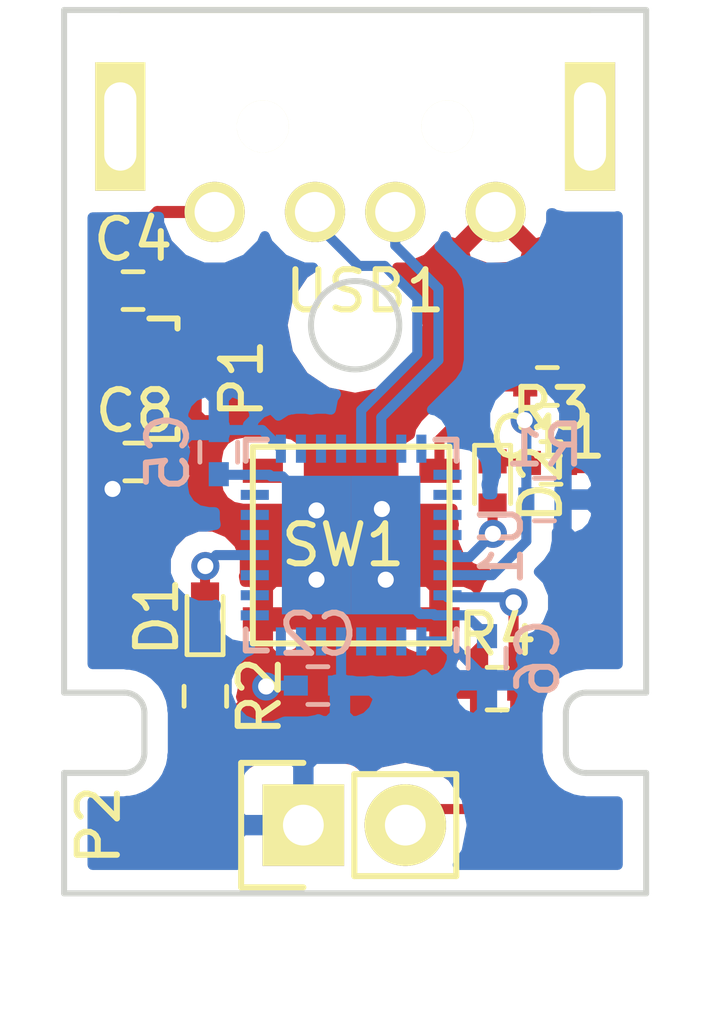
<source format=kicad_pcb>
(kicad_pcb (version 4) (host pcbnew 4.0.2-stable)

  (general
    (links 41)
    (no_connects 1)
    (area 102.674999 79.924999 117.325001 102.075001)
    (thickness 1.6)
    (drawings 19)
    (tracks 105)
    (zones 0)
    (modules 17)
    (nets 12)
  )

  (page A4)
  (layers
    (0 F.Cu signal)
    (31 B.Cu signal)
    (32 B.Adhes user)
    (33 F.Adhes user)
    (34 B.Paste user)
    (35 F.Paste user)
    (36 B.SilkS user)
    (37 F.SilkS user)
    (38 B.Mask user)
    (39 F.Mask user)
    (40 Dwgs.User user)
    (41 Cmts.User user)
    (42 Eco1.User user)
    (43 Eco2.User user)
    (44 Edge.Cuts user)
    (45 Margin user)
    (46 B.CrtYd user)
    (47 F.CrtYd user)
    (48 B.Fab user)
    (49 F.Fab user)
  )

  (setup
    (last_trace_width 0.25)
    (trace_clearance 0.2)
    (zone_clearance 0.508)
    (zone_45_only no)
    (trace_min 0.2)
    (segment_width 0.2)
    (edge_width 0.15)
    (via_size 0.7)
    (via_drill 0.4)
    (via_min_size 0.4)
    (via_min_drill 0.3)
    (uvia_size 0.3)
    (uvia_drill 0.1)
    (uvias_allowed no)
    (uvia_min_size 0.2)
    (uvia_min_drill 0.1)
    (pcb_text_width 0.3)
    (pcb_text_size 1.5 1.5)
    (mod_edge_width 0.15)
    (mod_text_size 1 1)
    (mod_text_width 0.15)
    (pad_size 2.032 2.032)
    (pad_drill 1.016)
    (pad_to_mask_clearance 0.2)
    (aux_axis_origin 95.38716 111.31296)
    (grid_origin 95.72752 79.77632)
    (visible_elements FFFF5FDF)
    (pcbplotparams
      (layerselection 0x010fc_80000001)
      (usegerberextensions true)
      (excludeedgelayer true)
      (linewidth 0.150000)
      (plotframeref false)
      (viasonmask false)
      (mode 1)
      (useauxorigin false)
      (hpglpennumber 1)
      (hpglpenspeed 20)
      (hpglpendiameter 15)
      (hpglpenoverlay 2)
      (psnegative false)
      (psa4output false)
      (plotreference true)
      (plotvalue true)
      (plotinvisibletext false)
      (padsonsilk false)
      (subtractmaskfromsilk false)
      (outputformat 1)
      (mirror false)
      (drillshape 0)
      (scaleselection 1)
      (outputdirectory plot/))
  )

  (net 0 "")
  (net 1 GND)
  (net 2 +5V)
  (net 3 VDD)
  (net 4 /USB_DP)
  (net 5 /USB_DM)
  (net 6 /BOOT)
  (net 7 /ACTIVATE)
  (net 8 /STATUS1)
  (net 9 "Net-(D1-Pad1)")
  (net 10 /STATUS2)
  (net 11 "Net-(D2-Pad1)")

  (net_class Default "This is the default net class."
    (clearance 0.2)
    (trace_width 0.25)
    (via_dia 0.7)
    (via_drill 0.4)
    (uvia_dia 0.3)
    (uvia_drill 0.1)
    (add_net /ACTIVATE)
    (add_net /BOOT)
    (add_net /STATUS1)
    (add_net /STATUS2)
    (add_net /USB_DM)
    (add_net /USB_DP)
    (add_net GND)
    (add_net "Net-(D1-Pad1)")
    (add_net "Net-(D2-Pad1)")
    (add_net VDD)
  )

  (net_class Power ""
    (clearance 0.25)
    (trace_width 0.3)
    (via_dia 0.7)
    (via_drill 0.4)
    (uvia_dia 0.3)
    (uvia_drill 0.1)
    (add_net +5V)
  )

  (module Capacitors_SMD:C_0402 (layer F.Cu) (tedit 58AA841A) (tstamp 58CCAD46)
    (at 104.46766 86.98738)
    (descr "Capacitor SMD 0402, reflow soldering, AVX (see smccp.pdf)")
    (tags "capacitor 0402")
    (path /579904EE)
    (attr smd)
    (fp_text reference C4 (at 0 -1.27) (layer F.SilkS)
      (effects (font (size 1 1) (thickness 0.15)))
    )
    (fp_text value 1uF (at 0 1.27) (layer F.Fab)
      (effects (font (size 1 1) (thickness 0.15)))
    )
    (fp_text user %R (at 0 -1.27) (layer F.Fab)
      (effects (font (size 1 1) (thickness 0.15)))
    )
    (fp_line (start -0.5 0.25) (end -0.5 -0.25) (layer F.Fab) (width 0.1))
    (fp_line (start 0.5 0.25) (end -0.5 0.25) (layer F.Fab) (width 0.1))
    (fp_line (start 0.5 -0.25) (end 0.5 0.25) (layer F.Fab) (width 0.1))
    (fp_line (start -0.5 -0.25) (end 0.5 -0.25) (layer F.Fab) (width 0.1))
    (fp_line (start 0.25 -0.47) (end -0.25 -0.47) (layer F.SilkS) (width 0.12))
    (fp_line (start -0.25 0.47) (end 0.25 0.47) (layer F.SilkS) (width 0.12))
    (fp_line (start -1 -0.4) (end 1 -0.4) (layer F.CrtYd) (width 0.05))
    (fp_line (start -1 -0.4) (end -1 0.4) (layer F.CrtYd) (width 0.05))
    (fp_line (start 1 0.4) (end 1 -0.4) (layer F.CrtYd) (width 0.05))
    (fp_line (start 1 0.4) (end -1 0.4) (layer F.CrtYd) (width 0.05))
    (pad 1 smd rect (at -0.55 0) (size 0.6 0.5) (layers F.Cu F.Paste F.Mask)
      (net 2 +5V))
    (pad 2 smd rect (at 0.55 0) (size 0.6 0.5) (layers F.Cu F.Paste F.Mask)
      (net 1 GND))
    (model Capacitors_SMD.3dshapes/C_0402.wrl
      (at (xyz 0 0 0))
      (scale (xyz 1 1 1))
      (rotate (xyz 0 0 0))
    )
  )

  (module Capacitors_SMD:C_0402 (layer F.Cu) (tedit 58AA841A) (tstamp 58CCAD8A)
    (at 104.51338 91.25458)
    (descr "Capacitor SMD 0402, reflow soldering, AVX (see smccp.pdf)")
    (tags "capacitor 0402")
    (path /58067EB7)
    (attr smd)
    (fp_text reference C8 (at 0 -1.27) (layer F.SilkS)
      (effects (font (size 1 1) (thickness 0.15)))
    )
    (fp_text value 1uF (at 0 1.27) (layer F.Fab)
      (effects (font (size 1 1) (thickness 0.15)))
    )
    (fp_text user %R (at 0 -1.27) (layer F.Fab)
      (effects (font (size 1 1) (thickness 0.15)))
    )
    (fp_line (start -0.5 0.25) (end -0.5 -0.25) (layer F.Fab) (width 0.1))
    (fp_line (start 0.5 0.25) (end -0.5 0.25) (layer F.Fab) (width 0.1))
    (fp_line (start 0.5 -0.25) (end 0.5 0.25) (layer F.Fab) (width 0.1))
    (fp_line (start -0.5 -0.25) (end 0.5 -0.25) (layer F.Fab) (width 0.1))
    (fp_line (start 0.25 -0.47) (end -0.25 -0.47) (layer F.SilkS) (width 0.12))
    (fp_line (start -0.25 0.47) (end 0.25 0.47) (layer F.SilkS) (width 0.12))
    (fp_line (start -1 -0.4) (end 1 -0.4) (layer F.CrtYd) (width 0.05))
    (fp_line (start -1 -0.4) (end -1 0.4) (layer F.CrtYd) (width 0.05))
    (fp_line (start 1 0.4) (end 1 -0.4) (layer F.CrtYd) (width 0.05))
    (fp_line (start 1 0.4) (end -1 0.4) (layer F.CrtYd) (width 0.05))
    (pad 1 smd rect (at -0.55 0) (size 0.6 0.5) (layers F.Cu F.Paste F.Mask)
      (net 3 VDD))
    (pad 2 smd rect (at 0.55 0) (size 0.6 0.5) (layers F.Cu F.Paste F.Mask)
      (net 1 GND))
    (model Capacitors_SMD.3dshapes/C_0402.wrl
      (at (xyz 0 0 0))
      (scale (xyz 1 1 1))
      (rotate (xyz 0 0 0))
    )
  )

  (module Housings_DFN_QFN:QFN-32-1EP_5x5mm_Pitch0.5mm (layer B.Cu) (tedit 54130A77) (tstamp 58E357D1)
    (at 109.9 93.325 90)
    (descr "UH Package; 32-Lead Plastic QFN (5mm x 5mm); (see Linear Technology QFN_32_05-08-1693.pdf)")
    (tags "QFN 0.5")
    (path /58E3B07C)
    (attr smd)
    (fp_text reference U1 (at 0 3.75 90) (layer B.SilkS)
      (effects (font (size 1 1) (thickness 0.15)) (justify mirror))
    )
    (fp_text value STM32L442KCU6 (at 0 -3.75 90) (layer B.Fab)
      (effects (font (size 1 1) (thickness 0.15)) (justify mirror))
    )
    (fp_line (start -1.5 2.5) (end 2.5 2.5) (layer B.Fab) (width 0.15))
    (fp_line (start 2.5 2.5) (end 2.5 -2.5) (layer B.Fab) (width 0.15))
    (fp_line (start 2.5 -2.5) (end -2.5 -2.5) (layer B.Fab) (width 0.15))
    (fp_line (start -2.5 -2.5) (end -2.5 1.5) (layer B.Fab) (width 0.15))
    (fp_line (start -2.5 1.5) (end -1.5 2.5) (layer B.Fab) (width 0.15))
    (fp_line (start -3 3) (end -3 -3) (layer B.CrtYd) (width 0.05))
    (fp_line (start 3 3) (end 3 -3) (layer B.CrtYd) (width 0.05))
    (fp_line (start -3 3) (end 3 3) (layer B.CrtYd) (width 0.05))
    (fp_line (start -3 -3) (end 3 -3) (layer B.CrtYd) (width 0.05))
    (fp_line (start 2.625 2.625) (end 2.625 2.1) (layer B.SilkS) (width 0.15))
    (fp_line (start -2.625 -2.625) (end -2.625 -2.1) (layer B.SilkS) (width 0.15))
    (fp_line (start 2.625 -2.625) (end 2.625 -2.1) (layer B.SilkS) (width 0.15))
    (fp_line (start -2.625 2.625) (end -2.1 2.625) (layer B.SilkS) (width 0.15))
    (fp_line (start -2.625 -2.625) (end -2.1 -2.625) (layer B.SilkS) (width 0.15))
    (fp_line (start 2.625 -2.625) (end 2.1 -2.625) (layer B.SilkS) (width 0.15))
    (fp_line (start 2.625 2.625) (end 2.1 2.625) (layer B.SilkS) (width 0.15))
    (pad 1 smd rect (at -2.4 1.75 90) (size 0.7 0.25) (layers B.Cu B.Paste B.Mask)
      (net 3 VDD))
    (pad 2 smd rect (at -2.4 1.25 90) (size 0.7 0.25) (layers B.Cu B.Paste B.Mask))
    (pad 3 smd rect (at -2.4 0.75 90) (size 0.7 0.25) (layers B.Cu B.Paste B.Mask))
    (pad 4 smd rect (at -2.4 0.25 90) (size 0.7 0.25) (layers B.Cu B.Paste B.Mask))
    (pad 5 smd rect (at -2.4 -0.25 90) (size 0.7 0.25) (layers B.Cu B.Paste B.Mask)
      (net 3 VDD))
    (pad 6 smd rect (at -2.4 -0.75 90) (size 0.7 0.25) (layers B.Cu B.Paste B.Mask))
    (pad 7 smd rect (at -2.4 -1.25 90) (size 0.7 0.25) (layers B.Cu B.Paste B.Mask))
    (pad 8 smd rect (at -2.4 -1.75 90) (size 0.7 0.25) (layers B.Cu B.Paste B.Mask))
    (pad 9 smd rect (at -1.75 -2.4) (size 0.7 0.25) (layers B.Cu B.Paste B.Mask))
    (pad 10 smd rect (at -1.25 -2.4) (size 0.7 0.25) (layers B.Cu B.Paste B.Mask))
    (pad 11 smd rect (at -0.75 -2.4) (size 0.7 0.25) (layers B.Cu B.Paste B.Mask))
    (pad 12 smd rect (at -0.25 -2.4) (size 0.7 0.25) (layers B.Cu B.Paste B.Mask)
      (net 8 /STATUS1))
    (pad 13 smd rect (at 0.25 -2.4) (size 0.7 0.25) (layers B.Cu B.Paste B.Mask))
    (pad 14 smd rect (at 0.75 -2.4) (size 0.7 0.25) (layers B.Cu B.Paste B.Mask))
    (pad 15 smd rect (at 1.25 -2.4) (size 0.7 0.25) (layers B.Cu B.Paste B.Mask))
    (pad 16 smd rect (at 1.75 -2.4) (size 0.7 0.25) (layers B.Cu B.Paste B.Mask)
      (net 1 GND))
    (pad 17 smd rect (at 2.4 -1.75 90) (size 0.7 0.25) (layers B.Cu B.Paste B.Mask)
      (net 3 VDD))
    (pad 18 smd rect (at 2.4 -1.25 90) (size 0.7 0.25) (layers B.Cu B.Paste B.Mask))
    (pad 19 smd rect (at 2.4 -0.75 90) (size 0.7 0.25) (layers B.Cu B.Paste B.Mask))
    (pad 20 smd rect (at 2.4 -0.25 90) (size 0.7 0.25) (layers B.Cu B.Paste B.Mask))
    (pad 21 smd rect (at 2.4 0.25 90) (size 0.7 0.25) (layers B.Cu B.Paste B.Mask)
      (net 5 /USB_DM))
    (pad 22 smd rect (at 2.4 0.75 90) (size 0.7 0.25) (layers B.Cu B.Paste B.Mask)
      (net 4 /USB_DP))
    (pad 23 smd rect (at 2.4 1.25 90) (size 0.7 0.25) (layers B.Cu B.Paste B.Mask))
    (pad 24 smd rect (at 2.4 1.75 90) (size 0.7 0.25) (layers B.Cu B.Paste B.Mask))
    (pad 25 smd rect (at 1.75 2.4) (size 0.7 0.25) (layers B.Cu B.Paste B.Mask))
    (pad 26 smd rect (at 1.25 2.4) (size 0.7 0.25) (layers B.Cu B.Paste B.Mask))
    (pad 27 smd rect (at 0.75 2.4) (size 0.7 0.25) (layers B.Cu B.Paste B.Mask))
    (pad 28 smd rect (at 0.25 2.4) (size 0.7 0.25) (layers B.Cu B.Paste B.Mask))
    (pad 29 smd rect (at -0.25 2.4) (size 0.7 0.25) (layers B.Cu B.Paste B.Mask)
      (net 10 /STATUS2))
    (pad 30 smd rect (at -0.75 2.4) (size 0.7 0.25) (layers B.Cu B.Paste B.Mask)
      (net 7 /ACTIVATE))
    (pad 31 smd rect (at -1.25 2.4) (size 0.7 0.25) (layers B.Cu B.Paste B.Mask)
      (net 6 /BOOT))
    (pad 32 smd rect (at -1.75 2.4) (size 0.7 0.25) (layers B.Cu B.Paste B.Mask)
      (net 1 GND))
    (pad 33 smd rect (at 0.8625 -0.8625 90) (size 1.725 1.725) (layers B.Cu B.Paste B.Mask)
      (net 1 GND) (solder_paste_margin_ratio -0.2))
    (pad 33 smd rect (at 0.8625 0.8625 90) (size 1.725 1.725) (layers B.Cu B.Paste B.Mask)
      (net 1 GND) (solder_paste_margin_ratio -0.2))
    (pad 33 smd rect (at -0.8625 -0.8625 90) (size 1.725 1.725) (layers B.Cu B.Paste B.Mask)
      (net 1 GND) (solder_paste_margin_ratio -0.2))
    (pad 33 smd rect (at -0.8625 0.8625 90) (size 1.725 1.725) (layers B.Cu B.Paste B.Mask)
      (net 1 GND) (solder_paste_margin_ratio -0.2))
    (model Housings_DFN_QFN.3dshapes/QFN-32-1EP_5x5mm_Pitch0.5mm.wrl
      (at (xyz 0 0 0))
      (scale (xyz 1 1 1))
      (rotate (xyz 0 0 0))
    )
  )

  (module Capacitors_SMD:C_0402 (layer B.Cu) (tedit 58AA841A) (tstamp 58CCDA99)
    (at 109.07174 96.82426 180)
    (descr "Capacitor SMD 0402, reflow soldering, AVX (see smccp.pdf)")
    (tags "capacitor 0402")
    (path /58CCF492)
    (attr smd)
    (fp_text reference C2 (at 0 1.27 180) (layer B.SilkS)
      (effects (font (size 1 1) (thickness 0.15)) (justify mirror))
    )
    (fp_text value 10nF (at 0 -1.27 180) (layer B.Fab)
      (effects (font (size 1 1) (thickness 0.15)) (justify mirror))
    )
    (fp_text user %R (at 0 1.27 180) (layer B.Fab)
      (effects (font (size 1 1) (thickness 0.15)) (justify mirror))
    )
    (fp_line (start -0.5 -0.25) (end -0.5 0.25) (layer B.Fab) (width 0.1))
    (fp_line (start 0.5 -0.25) (end -0.5 -0.25) (layer B.Fab) (width 0.1))
    (fp_line (start 0.5 0.25) (end 0.5 -0.25) (layer B.Fab) (width 0.1))
    (fp_line (start -0.5 0.25) (end 0.5 0.25) (layer B.Fab) (width 0.1))
    (fp_line (start 0.25 0.47) (end -0.25 0.47) (layer B.SilkS) (width 0.12))
    (fp_line (start -0.25 -0.47) (end 0.25 -0.47) (layer B.SilkS) (width 0.12))
    (fp_line (start -1 0.4) (end 1 0.4) (layer B.CrtYd) (width 0.05))
    (fp_line (start -1 0.4) (end -1 -0.4) (layer B.CrtYd) (width 0.05))
    (fp_line (start 1 -0.4) (end 1 0.4) (layer B.CrtYd) (width 0.05))
    (fp_line (start 1 -0.4) (end -1 -0.4) (layer B.CrtYd) (width 0.05))
    (pad 1 smd rect (at -0.55 0 180) (size 0.6 0.5) (layers B.Cu B.Paste B.Mask)
      (net 3 VDD))
    (pad 2 smd rect (at 0.55 0 180) (size 0.6 0.5) (layers B.Cu B.Paste B.Mask)
      (net 1 GND))
    (model Capacitors_SMD.3dshapes/C_0402.wrl
      (at (xyz 0 0 0))
      (scale (xyz 1 1 1))
      (rotate (xyz 0 0 0))
    )
  )

  (module footprints:SOT-23 (layer F.Cu) (tedit 553634F8) (tstamp 58CCADBC)
    (at 104.92486 89.18194 270)
    (descr "SOT-23, Standard")
    (tags SOT-23)
    (path /581D7916)
    (attr smd)
    (fp_text reference P1 (at 0 -2.25 270) (layer F.SilkS)
      (effects (font (size 1 1) (thickness 0.15)))
    )
    (fp_text value AP7333-33SAG-7 (at 0 2.3 270) (layer F.Fab)
      (effects (font (size 1 1) (thickness 0.15)))
    )
    (fp_line (start -1.65 -1.6) (end 1.65 -1.6) (layer F.CrtYd) (width 0.05))
    (fp_line (start 1.65 -1.6) (end 1.65 1.6) (layer F.CrtYd) (width 0.05))
    (fp_line (start 1.65 1.6) (end -1.65 1.6) (layer F.CrtYd) (width 0.05))
    (fp_line (start -1.65 1.6) (end -1.65 -1.6) (layer F.CrtYd) (width 0.05))
    (fp_line (start 1.29916 -0.65024) (end 1.2509 -0.65024) (layer F.SilkS) (width 0.15))
    (fp_line (start -1.49982 0.0508) (end -1.49982 -0.65024) (layer F.SilkS) (width 0.15))
    (fp_line (start -1.49982 -0.65024) (end -1.2509 -0.65024) (layer F.SilkS) (width 0.15))
    (fp_line (start 1.29916 -0.65024) (end 1.49982 -0.65024) (layer F.SilkS) (width 0.15))
    (fp_line (start 1.49982 -0.65024) (end 1.49982 0.0508) (layer F.SilkS) (width 0.15))
    (pad 1 smd rect (at -0.95 1.00076 270) (size 0.8001 0.8001) (layers F.Cu F.Paste F.Mask)
      (net 2 +5V))
    (pad 2 smd rect (at 0.95 1.00076 270) (size 0.8001 0.8001) (layers F.Cu F.Paste F.Mask)
      (net 3 VDD))
    (pad 3 smd rect (at 0 -0.99822 270) (size 0.8001 0.8001) (layers F.Cu F.Paste F.Mask)
      (net 1 GND))
    (model TO_SOT_Packages_SMD.3dshapes/SOT-23.wrl
      (at (xyz 0 0 0))
      (scale (xyz 1 1 1))
      (rotate (xyz 0 0 0))
    )
  )

  (module Resistors_SMD:R_0402 (layer F.Cu) (tedit 58AAD9A4) (tstamp 58CCAE15)
    (at 113.538 96.901)
    (descr "Resistor SMD 0402, reflow soldering, Vishay (see dcrcw.pdf)")
    (tags "resistor 0402")
    (path /58071417)
    (attr smd)
    (fp_text reference R4 (at 0 -1.35) (layer F.SilkS)
      (effects (font (size 1 1) (thickness 0.15)))
    )
    (fp_text value 10k (at 0 1.45) (layer F.Fab)
      (effects (font (size 1 1) (thickness 0.15)))
    )
    (fp_text user %R (at 0 -1.35) (layer F.Fab)
      (effects (font (size 1 1) (thickness 0.15)))
    )
    (fp_line (start -0.5 0.25) (end -0.5 -0.25) (layer F.Fab) (width 0.1))
    (fp_line (start 0.5 0.25) (end -0.5 0.25) (layer F.Fab) (width 0.1))
    (fp_line (start 0.5 -0.25) (end 0.5 0.25) (layer F.Fab) (width 0.1))
    (fp_line (start -0.5 -0.25) (end 0.5 -0.25) (layer F.Fab) (width 0.1))
    (fp_line (start 0.25 -0.53) (end -0.25 -0.53) (layer F.SilkS) (width 0.12))
    (fp_line (start -0.25 0.53) (end 0.25 0.53) (layer F.SilkS) (width 0.12))
    (fp_line (start -0.8 -0.45) (end 0.8 -0.45) (layer F.CrtYd) (width 0.05))
    (fp_line (start -0.8 -0.45) (end -0.8 0.45) (layer F.CrtYd) (width 0.05))
    (fp_line (start 0.8 0.45) (end 0.8 -0.45) (layer F.CrtYd) (width 0.05))
    (fp_line (start 0.8 0.45) (end -0.8 0.45) (layer F.CrtYd) (width 0.05))
    (pad 1 smd rect (at -0.45 0) (size 0.4 0.6) (layers F.Cu F.Paste F.Mask)
      (net 1 GND))
    (pad 2 smd rect (at 0.45 0) (size 0.4 0.6) (layers F.Cu F.Paste F.Mask)
      (net 6 /BOOT))
    (model Resistors_SMD.3dshapes/R_0402.wrl
      (at (xyz 0 0 0))
      (scale (xyz 1 1 1))
      (rotate (xyz 0 0 0))
    )
  )

  (module Capacitors_SMD:C_0402 (layer B.Cu) (tedit 58AA841A) (tstamp 58CCAD57)
    (at 106.60286 91.0102 270)
    (descr "Capacitor SMD 0402, reflow soldering, AVX (see smccp.pdf)")
    (tags "capacitor 0402")
    (path /5798F8FF)
    (attr smd)
    (fp_text reference C5 (at 0 1.27 270) (layer B.SilkS)
      (effects (font (size 1 1) (thickness 0.15)) (justify mirror))
    )
    (fp_text value 100nF (at 0 -1.27 270) (layer B.Fab)
      (effects (font (size 1 1) (thickness 0.15)) (justify mirror))
    )
    (fp_text user %R (at 0 1.27 270) (layer B.Fab)
      (effects (font (size 1 1) (thickness 0.15)) (justify mirror))
    )
    (fp_line (start -0.5 -0.25) (end -0.5 0.25) (layer B.Fab) (width 0.1))
    (fp_line (start 0.5 -0.25) (end -0.5 -0.25) (layer B.Fab) (width 0.1))
    (fp_line (start 0.5 0.25) (end 0.5 -0.25) (layer B.Fab) (width 0.1))
    (fp_line (start -0.5 0.25) (end 0.5 0.25) (layer B.Fab) (width 0.1))
    (fp_line (start 0.25 0.47) (end -0.25 0.47) (layer B.SilkS) (width 0.12))
    (fp_line (start -0.25 -0.47) (end 0.25 -0.47) (layer B.SilkS) (width 0.12))
    (fp_line (start -1 0.4) (end 1 0.4) (layer B.CrtYd) (width 0.05))
    (fp_line (start -1 0.4) (end -1 -0.4) (layer B.CrtYd) (width 0.05))
    (fp_line (start 1 -0.4) (end 1 0.4) (layer B.CrtYd) (width 0.05))
    (fp_line (start 1 -0.4) (end -1 -0.4) (layer B.CrtYd) (width 0.05))
    (pad 1 smd rect (at -0.55 0 270) (size 0.6 0.5) (layers B.Cu B.Paste B.Mask)
      (net 3 VDD))
    (pad 2 smd rect (at 0.55 0 270) (size 0.6 0.5) (layers B.Cu B.Paste B.Mask)
      (net 1 GND))
    (model Capacitors_SMD.3dshapes/C_0402.wrl
      (at (xyz 0 0 0))
      (scale (xyz 1 1 1))
      (rotate (xyz 0 0 0))
    )
  )

  (module Capacitors_SMD:C_0402 (layer B.Cu) (tedit 58AA841A) (tstamp 58CCAD68)
    (at 113.2856 96.14354 90)
    (descr "Capacitor SMD 0402, reflow soldering, AVX (see smccp.pdf)")
    (tags "capacitor 0402")
    (path /5798F94C)
    (attr smd)
    (fp_text reference C6 (at 0 1.27 90) (layer B.SilkS)
      (effects (font (size 1 1) (thickness 0.15)) (justify mirror))
    )
    (fp_text value 100nF (at 0 -1.27 90) (layer B.Fab)
      (effects (font (size 1 1) (thickness 0.15)) (justify mirror))
    )
    (fp_text user %R (at 0 1.27 90) (layer B.Fab)
      (effects (font (size 1 1) (thickness 0.15)) (justify mirror))
    )
    (fp_line (start -0.5 -0.25) (end -0.5 0.25) (layer B.Fab) (width 0.1))
    (fp_line (start 0.5 -0.25) (end -0.5 -0.25) (layer B.Fab) (width 0.1))
    (fp_line (start 0.5 0.25) (end 0.5 -0.25) (layer B.Fab) (width 0.1))
    (fp_line (start -0.5 0.25) (end 0.5 0.25) (layer B.Fab) (width 0.1))
    (fp_line (start 0.25 0.47) (end -0.25 0.47) (layer B.SilkS) (width 0.12))
    (fp_line (start -0.25 -0.47) (end 0.25 -0.47) (layer B.SilkS) (width 0.12))
    (fp_line (start -1 0.4) (end 1 0.4) (layer B.CrtYd) (width 0.05))
    (fp_line (start -1 0.4) (end -1 -0.4) (layer B.CrtYd) (width 0.05))
    (fp_line (start 1 -0.4) (end 1 0.4) (layer B.CrtYd) (width 0.05))
    (fp_line (start 1 -0.4) (end -1 -0.4) (layer B.CrtYd) (width 0.05))
    (pad 1 smd rect (at -0.55 0 90) (size 0.6 0.5) (layers B.Cu B.Paste B.Mask)
      (net 3 VDD))
    (pad 2 smd rect (at 0.55 0 90) (size 0.6 0.5) (layers B.Cu B.Paste B.Mask)
      (net 1 GND))
    (model Capacitors_SMD.3dshapes/C_0402.wrl
      (at (xyz 0 0 0))
      (scale (xyz 1 1 1))
      (rotate (xyz 0 0 0))
    )
  )

  (module Capacitors_SMD:C_0402 (layer F.Cu) (tedit 58AA841A) (tstamp 58CCADAC)
    (at 114.78768 89.37498 180)
    (descr "Capacitor SMD 0402, reflow soldering, AVX (see smccp.pdf)")
    (tags "capacitor 0402")
    (path /5798DB44)
    (attr smd)
    (fp_text reference C11 (at 0 -1.27 180) (layer F.SilkS)
      (effects (font (size 1 1) (thickness 0.15)))
    )
    (fp_text value 10nF (at 0 1.27 180) (layer F.Fab)
      (effects (font (size 1 1) (thickness 0.15)))
    )
    (fp_text user %R (at 0 -1.27 180) (layer F.Fab)
      (effects (font (size 1 1) (thickness 0.15)))
    )
    (fp_line (start -0.5 0.25) (end -0.5 -0.25) (layer F.Fab) (width 0.1))
    (fp_line (start 0.5 0.25) (end -0.5 0.25) (layer F.Fab) (width 0.1))
    (fp_line (start 0.5 -0.25) (end 0.5 0.25) (layer F.Fab) (width 0.1))
    (fp_line (start -0.5 -0.25) (end 0.5 -0.25) (layer F.Fab) (width 0.1))
    (fp_line (start 0.25 -0.47) (end -0.25 -0.47) (layer F.SilkS) (width 0.12))
    (fp_line (start -0.25 0.47) (end 0.25 0.47) (layer F.SilkS) (width 0.12))
    (fp_line (start -1 -0.4) (end 1 -0.4) (layer F.CrtYd) (width 0.05))
    (fp_line (start -1 -0.4) (end -1 0.4) (layer F.CrtYd) (width 0.05))
    (fp_line (start 1 0.4) (end 1 -0.4) (layer F.CrtYd) (width 0.05))
    (fp_line (start 1 0.4) (end -1 0.4) (layer F.CrtYd) (width 0.05))
    (pad 1 smd rect (at -0.55 0 180) (size 0.6 0.5) (layers F.Cu F.Paste F.Mask)
      (net 1 GND))
    (pad 2 smd rect (at 0.55 0 180) (size 0.6 0.5) (layers F.Cu F.Paste F.Mask)
      (net 7 /ACTIVATE))
    (model Capacitors_SMD.3dshapes/C_0402.wrl
      (at (xyz 0 0 0))
      (scale (xyz 1 1 1))
      (rotate (xyz 0 0 0))
    )
  )

  (module Resistors_SMD:R_0402 (layer B.Cu) (tedit 58E0A804) (tstamp 58ECA566)
    (at 114.71562 92.1913 180)
    (descr "Resistor SMD 0402, reflow soldering, Vishay (see dcrcw.pdf)")
    (tags "resistor 0402")
    (path /58ECC042)
    (attr smd)
    (fp_text reference R1 (at 0 1.35 180) (layer B.SilkS)
      (effects (font (size 1 1) (thickness 0.15)) (justify mirror))
    )
    (fp_text value 10k (at 0 -1.45 180) (layer B.Fab)
      (effects (font (size 1 1) (thickness 0.15)) (justify mirror))
    )
    (fp_text user %R (at 0 1.35 180) (layer B.Fab)
      (effects (font (size 1 1) (thickness 0.15)) (justify mirror))
    )
    (fp_line (start -0.5 -0.25) (end -0.5 0.25) (layer B.Fab) (width 0.1))
    (fp_line (start 0.5 -0.25) (end -0.5 -0.25) (layer B.Fab) (width 0.1))
    (fp_line (start 0.5 0.25) (end 0.5 -0.25) (layer B.Fab) (width 0.1))
    (fp_line (start -0.5 0.25) (end 0.5 0.25) (layer B.Fab) (width 0.1))
    (fp_line (start 0.25 0.53) (end -0.25 0.53) (layer B.SilkS) (width 0.12))
    (fp_line (start -0.25 -0.53) (end 0.25 -0.53) (layer B.SilkS) (width 0.12))
    (fp_line (start -0.8 0.45) (end 0.8 0.45) (layer B.CrtYd) (width 0.05))
    (fp_line (start -0.8 0.45) (end -0.8 -0.45) (layer B.CrtYd) (width 0.05))
    (fp_line (start 0.8 -0.45) (end 0.8 0.45) (layer B.CrtYd) (width 0.05))
    (fp_line (start 0.8 -0.45) (end -0.8 -0.45) (layer B.CrtYd) (width 0.05))
    (pad 1 smd rect (at -0.45 0 180) (size 0.4 0.6) (layers B.Cu B.Paste B.Mask)
      (net 3 VDD))
    (pad 2 smd rect (at 0.45 0 180) (size 0.4 0.6) (layers B.Cu B.Paste B.Mask)
      (net 7 /ACTIVATE))
    (model ${KISYS3DMOD}/Resistors_SMD.3dshapes/R_0402.wrl
      (at (xyz 0 0 0))
      (scale (xyz 1 1 1))
      (rotate (xyz 0 0 0))
    )
  )

  (module footprints:1002-015-01001 (layer F.Cu) (tedit 590D2665) (tstamp 58F7DEF5)
    (at 110 80)
    (path /579932CF)
    (fp_text reference USB1 (at 0.25 7 180) (layer F.SilkS)
      (effects (font (size 1 1) (thickness 0.15)))
    )
    (fp_text value 1002-015-01001 (at 0.1 1.35) (layer F.Fab)
      (effects (font (size 1 1) (thickness 0.15)))
    )
    (fp_line (start -5.85 0) (end 5.85 0) (layer F.SilkS) (width 0.15))
    (pad ~ thru_hole rect (at 5.85 2.9) (size 1.25 3.2) (drill oval 0.8 2.2) (layers *.Cu *.Mask F.SilkS))
    (pad "" np_thru_hole circle (at 2.3 2.9) (size 1.3 1.3) (drill 1.3) (layers *.Cu F.SilkS))
    (pad 1 thru_hole circle (at -3.5 5.03) (size 1.5 1.5) (drill 1) (layers *.Cu *.Mask F.SilkS)
      (net 2 +5V))
    (pad 2 thru_hole circle (at -1 5.03) (size 1.5 1.5) (drill 1) (layers *.Cu *.Mask F.SilkS)
      (net 5 /USB_DM))
    (pad 3 thru_hole circle (at 1 5.03) (size 1.5 1.5) (drill 1) (layers *.Cu *.Mask F.SilkS)
      (net 4 /USB_DP))
    (pad 4 thru_hole circle (at 3.5 5.03) (size 1.5 1.5) (drill 1) (layers *.Cu *.Mask F.SilkS)
      (net 1 GND))
    (pad ~ thru_hole rect (at -5.85 2.9) (size 1.25 3.2) (drill oval 0.8 2.2) (layers *.Cu *.Mask F.SilkS))
    (pad "" np_thru_hole circle (at -2.3 2.9) (size 1.3 1.3) (drill 1.3) (layers *.Cu F.SilkS))
  )

  (module Pin_Headers:Pin_Header_Straight_1x02 (layer F.Cu) (tedit 54EA090C) (tstamp 594D644C)
    (at 108.71 100.3 90)
    (descr "Through hole pin header")
    (tags "pin header")
    (path /594D70E3)
    (fp_text reference P2 (at 0 -5.1 90) (layer F.SilkS)
      (effects (font (size 1 1) (thickness 0.15)))
    )
    (fp_text value CONN_01X02 (at 0 -3.1 90) (layer F.Fab)
      (effects (font (size 1 1) (thickness 0.15)))
    )
    (fp_line (start 1.27 1.27) (end 1.27 3.81) (layer F.SilkS) (width 0.15))
    (fp_line (start 1.55 -1.55) (end 1.55 0) (layer F.SilkS) (width 0.15))
    (fp_line (start -1.75 -1.75) (end -1.75 4.3) (layer F.CrtYd) (width 0.05))
    (fp_line (start 1.75 -1.75) (end 1.75 4.3) (layer F.CrtYd) (width 0.05))
    (fp_line (start -1.75 -1.75) (end 1.75 -1.75) (layer F.CrtYd) (width 0.05))
    (fp_line (start -1.75 4.3) (end 1.75 4.3) (layer F.CrtYd) (width 0.05))
    (fp_line (start 1.27 1.27) (end -1.27 1.27) (layer F.SilkS) (width 0.15))
    (fp_line (start -1.55 0) (end -1.55 -1.55) (layer F.SilkS) (width 0.15))
    (fp_line (start -1.55 -1.55) (end 1.55 -1.55) (layer F.SilkS) (width 0.15))
    (fp_line (start -1.27 1.27) (end -1.27 3.81) (layer F.SilkS) (width 0.15))
    (fp_line (start -1.27 3.81) (end 1.27 3.81) (layer F.SilkS) (width 0.15))
    (pad 1 thru_hole rect (at 0 0 90) (size 2.032 2.032) (drill 1.016) (layers *.Cu *.Mask F.SilkS)
      (net 3 VDD))
    (pad 2 thru_hole oval (at 0 2.54 90) (size 2.032 2.032) (drill 1.016) (layers *.Cu *.Mask F.SilkS)
      (net 6 /BOOT))
    (model Pin_Headers.3dshapes/Pin_Header_Straight_1x02.wrl
      (at (xyz 0 -0.05 0))
      (scale (xyz 1 1 1))
      (rotate (xyz 0 0 90))
    )
  )

  (module footprints:EVQ-PLHA15 (layer F.Cu) (tedit 59599E1D) (tstamp 595999C5)
    (at 109.90072 93.325 180)
    (path /59599901)
    (fp_text reference SW1 (at 0.2 0 180) (layer F.SilkS)
      (effects (font (size 1 1) (thickness 0.15)))
    )
    (fp_text value EVQ-PLHA15 (at 0 -3.55 180) (layer F.Fab)
      (effects (font (size 1 1) (thickness 0.15)))
    )
    (fp_line (start -2.45 -2.45) (end 2.45 -2.45) (layer F.SilkS) (width 0.15))
    (fp_line (start 2.45 -2.45) (end 2.45 2.45) (layer F.SilkS) (width 0.15))
    (fp_line (start -2.45 2.45) (end 2.45 2.45) (layer F.SilkS) (width 0.15))
    (fp_line (start -2.45 -2.45) (end -2.45 2.45) (layer F.SilkS) (width 0.15))
    (pad 1 smd rect (at -2.2 -1.85 180) (size 1 0.6) (layers F.Cu F.Paste F.Mask)
      (net 1 GND))
    (pad 2 smd rect (at 2.2 -1.85 180) (size 1 0.6) (layers F.Cu F.Paste F.Mask)
      (net 1 GND))
    (pad 3 smd rect (at -2.2 1.85 180) (size 1 0.6) (layers F.Cu F.Paste F.Mask)
      (net 7 /ACTIVATE))
    (pad 4 smd rect (at 2.2 1.85 180) (size 1 0.6) (layers F.Cu F.Paste F.Mask)
      (net 7 /ACTIVATE))
  )

  (module Resistors_SMD:R_0402 (layer F.Cu) (tedit 58E0A804) (tstamp 5959A0D5)
    (at 106.26852 97.0915 270)
    (descr "Resistor SMD 0402, reflow soldering, Vishay (see dcrcw.pdf)")
    (tags "resistor 0402")
    (path /5959ABE7)
    (attr smd)
    (fp_text reference R2 (at 0 -1.35 270) (layer F.SilkS)
      (effects (font (size 1 1) (thickness 0.15)))
    )
    (fp_text value R (at 0 1.45 270) (layer F.Fab)
      (effects (font (size 1 1) (thickness 0.15)))
    )
    (fp_text user %R (at 0 -1.35 270) (layer F.Fab)
      (effects (font (size 1 1) (thickness 0.15)))
    )
    (fp_line (start -0.5 0.25) (end -0.5 -0.25) (layer F.Fab) (width 0.1))
    (fp_line (start 0.5 0.25) (end -0.5 0.25) (layer F.Fab) (width 0.1))
    (fp_line (start 0.5 -0.25) (end 0.5 0.25) (layer F.Fab) (width 0.1))
    (fp_line (start -0.5 -0.25) (end 0.5 -0.25) (layer F.Fab) (width 0.1))
    (fp_line (start 0.25 -0.53) (end -0.25 -0.53) (layer F.SilkS) (width 0.12))
    (fp_line (start -0.25 0.53) (end 0.25 0.53) (layer F.SilkS) (width 0.12))
    (fp_line (start -0.8 -0.45) (end 0.8 -0.45) (layer F.CrtYd) (width 0.05))
    (fp_line (start -0.8 -0.45) (end -0.8 0.45) (layer F.CrtYd) (width 0.05))
    (fp_line (start 0.8 0.45) (end 0.8 -0.45) (layer F.CrtYd) (width 0.05))
    (fp_line (start 0.8 0.45) (end -0.8 0.45) (layer F.CrtYd) (width 0.05))
    (pad 1 smd rect (at -0.45 0 270) (size 0.4 0.6) (layers F.Cu F.Paste F.Mask)
      (net 9 "Net-(D1-Pad1)"))
    (pad 2 smd rect (at 0.45 0 270) (size 0.4 0.6) (layers F.Cu F.Paste F.Mask)
      (net 1 GND))
    (model ${KISYS3DMOD}/Resistors_SMD.3dshapes/R_0402.wrl
      (at (xyz 0 0 0))
      (scale (xyz 1 1 1))
      (rotate (xyz 0 0 0))
    )
  )

  (module LEDs:LED_0402 (layer F.Cu) (tedit 57FE9357) (tstamp 5959A034)
    (at 106.2609 95.10522 90)
    (descr "LED 0402 smd package")
    (tags "LED led 0402 SMD smd SMT smt smdled SMDLED smtled SMTLED")
    (path /5959AA0D)
    (attr smd)
    (fp_text reference D1 (at 0 -1.2 90) (layer F.SilkS)
      (effects (font (size 1 1) (thickness 0.15)))
    )
    (fp_text value D (at 0 1.4 90) (layer F.Fab)
      (effects (font (size 1 1) (thickness 0.15)))
    )
    (fp_line (start -0.95 -0.45) (end -0.95 0.45) (layer F.SilkS) (width 0.12))
    (fp_line (start -0.15 -0.2) (end -0.15 0.2) (layer F.Fab) (width 0.1))
    (fp_line (start -0.15 0) (end 0.15 -0.2) (layer F.Fab) (width 0.1))
    (fp_line (start 0.15 0.2) (end -0.15 0) (layer F.Fab) (width 0.1))
    (fp_line (start 0.15 -0.2) (end 0.15 0.2) (layer F.Fab) (width 0.1))
    (fp_line (start 0.5 0.25) (end -0.5 0.25) (layer F.Fab) (width 0.1))
    (fp_line (start 0.5 -0.25) (end 0.5 0.25) (layer F.Fab) (width 0.1))
    (fp_line (start -0.5 -0.25) (end 0.5 -0.25) (layer F.Fab) (width 0.1))
    (fp_line (start -0.5 0.25) (end -0.5 -0.25) (layer F.Fab) (width 0.1))
    (fp_line (start -0.95 0.45) (end 0.5 0.45) (layer F.SilkS) (width 0.12))
    (fp_line (start -0.95 -0.45) (end 0.5 -0.45) (layer F.SilkS) (width 0.12))
    (fp_line (start 1 -0.5) (end 1 0.5) (layer F.CrtYd) (width 0.05))
    (fp_line (start 1 0.5) (end -1 0.5) (layer F.CrtYd) (width 0.05))
    (fp_line (start -1 0.5) (end -1 -0.5) (layer F.CrtYd) (width 0.05))
    (fp_line (start -1 -0.5) (end 1 -0.5) (layer F.CrtYd) (width 0.05))
    (pad 2 smd rect (at 0.55 0 270) (size 0.6 0.7) (layers F.Cu F.Paste F.Mask)
      (net 8 /STATUS1))
    (pad 1 smd rect (at -0.55 0 270) (size 0.6 0.7) (layers F.Cu F.Paste F.Mask)
      (net 9 "Net-(D1-Pad1)"))
    (model LEDs.3dshapes/LED_0402.wrl
      (at (xyz 0 0 0))
      (scale (xyz 1 1 1))
      (rotate (xyz 0 0 180))
    )
  )

  (module LEDs:LED_0402 (layer F.Cu) (tedit 57FE9357) (tstamp 5959AD26)
    (at 113.4237 91.79052 270)
    (descr "LED 0402 smd package")
    (tags "LED led 0402 SMD smd SMT smt smdled SMDLED smtled SMTLED")
    (path /5959BDEE)
    (attr smd)
    (fp_text reference D2 (at 0 -1.2 270) (layer F.SilkS)
      (effects (font (size 1 1) (thickness 0.15)))
    )
    (fp_text value D (at 0 1.4 270) (layer F.Fab)
      (effects (font (size 1 1) (thickness 0.15)))
    )
    (fp_line (start -0.95 -0.45) (end -0.95 0.45) (layer F.SilkS) (width 0.12))
    (fp_line (start -0.15 -0.2) (end -0.15 0.2) (layer F.Fab) (width 0.1))
    (fp_line (start -0.15 0) (end 0.15 -0.2) (layer F.Fab) (width 0.1))
    (fp_line (start 0.15 0.2) (end -0.15 0) (layer F.Fab) (width 0.1))
    (fp_line (start 0.15 -0.2) (end 0.15 0.2) (layer F.Fab) (width 0.1))
    (fp_line (start 0.5 0.25) (end -0.5 0.25) (layer F.Fab) (width 0.1))
    (fp_line (start 0.5 -0.25) (end 0.5 0.25) (layer F.Fab) (width 0.1))
    (fp_line (start -0.5 -0.25) (end 0.5 -0.25) (layer F.Fab) (width 0.1))
    (fp_line (start -0.5 0.25) (end -0.5 -0.25) (layer F.Fab) (width 0.1))
    (fp_line (start -0.95 0.45) (end 0.5 0.45) (layer F.SilkS) (width 0.12))
    (fp_line (start -0.95 -0.45) (end 0.5 -0.45) (layer F.SilkS) (width 0.12))
    (fp_line (start 1 -0.5) (end 1 0.5) (layer F.CrtYd) (width 0.05))
    (fp_line (start 1 0.5) (end -1 0.5) (layer F.CrtYd) (width 0.05))
    (fp_line (start -1 0.5) (end -1 -0.5) (layer F.CrtYd) (width 0.05))
    (fp_line (start -1 -0.5) (end 1 -0.5) (layer F.CrtYd) (width 0.05))
    (pad 2 smd rect (at 0.55 0 90) (size 0.6 0.7) (layers F.Cu F.Paste F.Mask)
      (net 10 /STATUS2))
    (pad 1 smd rect (at -0.55 0 90) (size 0.6 0.7) (layers F.Cu F.Paste F.Mask)
      (net 11 "Net-(D2-Pad1)"))
    (model LEDs.3dshapes/LED_0402.wrl
      (at (xyz 0 0 0))
      (scale (xyz 1 1 1))
      (rotate (xyz 0 0 180))
    )
  )

  (module Resistors_SMD:R_0402 (layer F.Cu) (tedit 58E0A804) (tstamp 5959AD37)
    (at 114.87912 91.27998)
    (descr "Resistor SMD 0402, reflow soldering, Vishay (see dcrcw.pdf)")
    (tags "resistor 0402")
    (path /5959BDF6)
    (attr smd)
    (fp_text reference R3 (at 0 -1.35) (layer F.SilkS)
      (effects (font (size 1 1) (thickness 0.15)))
    )
    (fp_text value R (at 0 1.45) (layer F.Fab)
      (effects (font (size 1 1) (thickness 0.15)))
    )
    (fp_text user %R (at 0 -1.35) (layer F.Fab)
      (effects (font (size 1 1) (thickness 0.15)))
    )
    (fp_line (start -0.5 0.25) (end -0.5 -0.25) (layer F.Fab) (width 0.1))
    (fp_line (start 0.5 0.25) (end -0.5 0.25) (layer F.Fab) (width 0.1))
    (fp_line (start 0.5 -0.25) (end 0.5 0.25) (layer F.Fab) (width 0.1))
    (fp_line (start -0.5 -0.25) (end 0.5 -0.25) (layer F.Fab) (width 0.1))
    (fp_line (start 0.25 -0.53) (end -0.25 -0.53) (layer F.SilkS) (width 0.12))
    (fp_line (start -0.25 0.53) (end 0.25 0.53) (layer F.SilkS) (width 0.12))
    (fp_line (start -0.8 -0.45) (end 0.8 -0.45) (layer F.CrtYd) (width 0.05))
    (fp_line (start -0.8 -0.45) (end -0.8 0.45) (layer F.CrtYd) (width 0.05))
    (fp_line (start 0.8 0.45) (end 0.8 -0.45) (layer F.CrtYd) (width 0.05))
    (fp_line (start 0.8 0.45) (end -0.8 0.45) (layer F.CrtYd) (width 0.05))
    (pad 1 smd rect (at -0.45 0) (size 0.4 0.6) (layers F.Cu F.Paste F.Mask)
      (net 11 "Net-(D2-Pad1)"))
    (pad 2 smd rect (at 0.45 0) (size 0.4 0.6) (layers F.Cu F.Paste F.Mask)
      (net 1 GND))
    (model ${KISYS3DMOD}/Resistors_SMD.3dshapes/R_0402.wrl
      (at (xyz 0 0 0))
      (scale (xyz 1 1 1))
      (rotate (xyz 0 0 0))
    )
  )

  (gr_arc (start 115.75 97.5) (end 115.25 97.5) (angle 90) (layer Edge.Cuts) (width 0.15))
  (gr_arc (start 115.75 98.5) (end 115.75 99) (angle 90) (layer Edge.Cuts) (width 0.15))
  (gr_arc (start 104.25 97.5) (end 104.25 97) (angle 90) (layer Edge.Cuts) (width 0.15))
  (gr_arc (start 104.25 98.5) (end 104.75 98.5) (angle 90) (layer Edge.Cuts) (width 0.15))
  (gr_circle (center 110 93.325) (end 105 93.325) (layer Dwgs.User) (width 0.2) (tstamp 5900FE22))
  (gr_line (start 117.25 80) (end 117.25 97) (angle 90) (layer Edge.Cuts) (width 0.15) (tstamp 5900FC4A))
  (gr_line (start 117.25 99) (end 117.25 102) (angle 90) (layer Edge.Cuts) (width 0.15) (tstamp 5900FC49))
  (gr_line (start 117.25 97) (end 115.75 97) (angle 90) (layer Edge.Cuts) (width 0.15) (tstamp 5900FC48))
  (gr_line (start 117.25 99) (end 115.75 99) (angle 90) (layer Edge.Cuts) (width 0.15) (tstamp 5900FC47))
  (gr_line (start 115.25 97.5) (end 115.25 98.5) (angle 90) (layer Edge.Cuts) (width 0.15) (tstamp 5900FC46))
  (gr_circle (center 110 93.325) (end 106 93.325) (layer Dwgs.User) (width 0.2))
  (gr_line (start 104.75 97.5) (end 104.75 98.5) (angle 90) (layer Edge.Cuts) (width 0.15))
  (gr_circle (center 110 87.85) (end 110 88.95) (layer Edge.Cuts) (width 0.15))
  (gr_line (start 102.75 102) (end 117.25 102) (angle 90) (layer Edge.Cuts) (width 0.15))
  (gr_line (start 102.75 99) (end 104.25 99) (angle 90) (layer Edge.Cuts) (width 0.15))
  (gr_line (start 102.75 97) (end 104.25 97) (angle 90) (layer Edge.Cuts) (width 0.15))
  (gr_line (start 102.75 99) (end 102.75 102) (angle 90) (layer Edge.Cuts) (width 0.15) (tstamp 58F7D757))
  (gr_line (start 102.75 80) (end 102.75 97) (angle 90) (layer Edge.Cuts) (width 0.15))
  (gr_line (start 102.75 80) (end 117.25 80) (angle 90) (layer Edge.Cuts) (width 0.15))

  (segment (start 115.33768 89.37498) (end 115.33768 86.86768) (width 0.25) (layer F.Cu) (net 1))
  (segment (start 115.33768 86.86768) (end 113.5 85.03) (width 0.25) (layer F.Cu) (net 1) (tstamp 5959AF8F))
  (via (at 107.78396 96.84712) (size 0.7) (drill 0.4) (layers F.Cu B.Cu) (net 1))
  (via (at 110.66686 92.42752) (size 0.7) (drill 0.4) (layers F.Cu B.Cu) (net 1))
  (via (at 109.0375 92.4625) (size 0.7) (drill 0.4) (layers F.Cu B.Cu) (net 1))
  (segment (start 109.03808 92.46308) (end 109.03872 92.46308) (width 0.25) (layer F.Cu) (net 1) (tstamp 58F2891F))
  (segment (start 109.0375 92.4625) (end 109.03808 92.46308) (width 0.25) (layer F.Cu) (net 1) (tstamp 58F2891E))
  (segment (start 107.5 91.575) (end 107.8687 91.575) (width 0.25) (layer B.Cu) (net 1))
  (segment (start 107.90842 91.61472) (end 108.18972 91.61472) (width 0.25) (layer B.Cu) (net 1) (tstamp 58F2AF42))
  (segment (start 107.8687 91.575) (end 107.90842 91.61472) (width 0.25) (layer B.Cu) (net 1) (tstamp 58F2AF3B))
  (segment (start 108.18972 91.61472) (end 109.0375 92.4625) (width 0.25) (layer B.Cu) (net 1) (tstamp 58F2AF4A))
  (segment (start 112.3 95.075) (end 111.98846 95.075) (width 0.25) (layer B.Cu) (net 1))
  (segment (start 111.98846 95.075) (end 111.95718 95.04372) (width 0.25) (layer B.Cu) (net 1) (tstamp 58F2AEF4))
  (segment (start 111.95718 95.04372) (end 111.61872 95.04372) (width 0.25) (layer B.Cu) (net 1) (tstamp 58F2AF0A))
  (segment (start 111.61872 95.04372) (end 110.7625 94.1875) (width 0.25) (layer B.Cu) (net 1) (tstamp 58F2AF12))
  (segment (start 108.52174 96.82426) (end 107.80682 96.82426) (width 0.25) (layer B.Cu) (net 1))
  (segment (start 107.80682 96.82426) (end 107.78396 96.84712) (width 0.25) (layer B.Cu) (net 1) (tstamp 58ECA872))
  (segment (start 106.60286 91.5602) (end 106.61766 91.575) (width 0.25) (layer B.Cu) (net 1))
  (segment (start 106.61766 91.575) (end 107.5 91.575) (width 0.25) (layer B.Cu) (net 1) (tstamp 58F2AE1E))
  (via (at 110.7625 94.1875) (size 0.7) (drill 0.4) (layers F.Cu B.Cu) (net 1))
  (segment (start 110.76338 94.18774) (end 110.76274 94.18774) (width 0.25) (layer F.Cu) (net 1) (tstamp 58F28933))
  (segment (start 110.76274 94.18774) (end 110.7625 94.1875) (width 0.25) (layer F.Cu) (net 1) (tstamp 58F28932))
  (via (at 109.0375 94.1875) (size 0.7) (drill 0.4) (layers F.Cu B.Cu) (net 1))
  (segment (start 109.0375 94.19668) (end 109.0375 94.1875) (width 0.25) (layer B.Cu) (net 1) (tstamp 58F284F6))
  (segment (start 109.0438 94.1938) (end 109.0438 94.20044) (width 0.25) (layer F.Cu) (net 1) (tstamp 58F28928))
  (segment (start 109.0375 94.1875) (end 109.0438 94.1938) (width 0.25) (layer F.Cu) (net 1) (tstamp 58F28927))
  (segment (start 110.66686 92.42752) (end 110.70184 92.4625) (width 0.25) (layer B.Cu) (net 1) (tstamp 58F28922))
  (segment (start 110.70184 92.4625) (end 110.7625 92.4625) (width 0.25) (layer B.Cu) (net 1) (tstamp 58F28923))
  (segment (start 110.7625 94.1875) (end 110.7625 92.4625) (width 0.25) (layer B.Cu) (net 1))
  (segment (start 110.75888 92.4625) (end 110.7625 92.4625) (width 0.25) (layer B.Cu) (net 1) (tstamp 58F284EC))
  (segment (start 110.75576 92.46562) (end 110.75888 92.4625) (width 0.25) (layer B.Cu) (net 1) (tstamp 58F284EB))
  (segment (start 109.04126 94.20044) (end 109.0375 94.19668) (width 0.25) (layer B.Cu) (net 1) (tstamp 58F284F5))
  (segment (start 112.3 95.075) (end 112.76706 95.075) (width 0.25) (layer B.Cu) (net 1))
  (segment (start 112.76706 95.075) (end 113.2856 95.59354) (width 0.25) (layer B.Cu) (net 1) (tstamp 58E4B70F))
  (segment (start 106.5 85.03) (end 105.0763 85.03) (width 0.3) (layer F.Cu) (net 2))
  (segment (start 103.91766 86.18864) (end 103.91766 86.98738) (width 0.3) (layer F.Cu) (net 2) (tstamp 5959A13B))
  (segment (start 105.0763 85.03) (end 103.91766 86.18864) (width 0.3) (layer F.Cu) (net 2) (tstamp 5959A13A))
  (segment (start 103.91766 86.98738) (end 103.91766 88.2255) (width 0.3) (layer F.Cu) (net 2))
  (segment (start 103.91766 88.2255) (end 103.9241 88.23194) (width 0.3) (layer F.Cu) (net 2) (tstamp 590CDC97))
  (segment (start 103.96338 91.25458) (end 103.96338 91.92142) (width 0.25) (layer F.Cu) (net 3))
  (via (at 103.95712 91.92768) (size 0.7) (drill 0.4) (layers F.Cu B.Cu) (net 3))
  (segment (start 103.96338 91.92142) (end 103.95712 91.92768) (width 0.25) (layer F.Cu) (net 3) (tstamp 590CDCA0))
  (segment (start 103.9241 90.13194) (end 103.9241 91.2153) (width 0.25) (layer F.Cu) (net 3))
  (segment (start 103.9241 91.2153) (end 103.96338 91.25458) (width 0.25) (layer F.Cu) (net 3) (tstamp 590CDC99))
  (segment (start 106.60286 90.4602) (end 107.6852 90.4602) (width 0.25) (layer B.Cu) (net 3))
  (segment (start 107.6852 90.4602) (end 108.15 90.925) (width 0.25) (layer B.Cu) (net 3) (tstamp 58F7E390))
  (segment (start 113.2856 96.69354) (end 112.31706 95.725) (width 0.25) (layer B.Cu) (net 3))
  (segment (start 112.31706 95.725) (end 111.65 95.725) (width 0.25) (layer B.Cu) (net 3) (tstamp 58F2AEAC))
  (segment (start 109.62174 96.82426) (end 109.65 96.796) (width 0.25) (layer B.Cu) (net 3))
  (segment (start 109.65 96.796) (end 109.65 95.725) (width 0.25) (layer B.Cu) (net 3) (tstamp 58F2AE67))
  (segment (start 109.65086 95.72586) (end 109.65 95.725) (width 0.25) (layer B.Cu) (net 3) (tstamp 58E4B18D))
  (segment (start 111 85.03) (end 111 85.86162) (width 0.25) (layer B.Cu) (net 4))
  (segment (start 110.65 90.14462) (end 110.65 90.925) (width 0.25) (layer B.Cu) (net 4) (tstamp 590C27D7))
  (segment (start 112.07496 88.71966) (end 110.65 90.14462) (width 0.25) (layer B.Cu) (net 4) (tstamp 590C27D4))
  (segment (start 112.07496 86.93658) (end 112.07496 88.71966) (width 0.25) (layer B.Cu) (net 4) (tstamp 590C27D1))
  (segment (start 111 85.86162) (end 112.07496 86.93658) (width 0.25) (layer B.Cu) (net 4) (tstamp 590C27D0))
  (segment (start 109 85.03) (end 109 85.28656) (width 0.25) (layer B.Cu) (net 5))
  (segment (start 109 85.28656) (end 110.08614 86.3727) (width 0.25) (layer B.Cu) (net 5) (tstamp 590C27BC))
  (segment (start 110.08614 86.3727) (end 110.73384 86.3727) (width 0.25) (layer B.Cu) (net 5) (tstamp 590C27C1))
  (segment (start 110.73384 86.3727) (end 111.54918 87.18804) (width 0.25) (layer B.Cu) (net 5) (tstamp 590C27C5))
  (segment (start 111.54918 87.18804) (end 111.54918 88.56726) (width 0.25) (layer B.Cu) (net 5) (tstamp 590C27C7))
  (segment (start 111.54918 88.56726) (end 110.15 89.96644) (width 0.25) (layer B.Cu) (net 5) (tstamp 590C27C9))
  (segment (start 110.15 89.96644) (end 110.15 90.925) (width 0.25) (layer B.Cu) (net 5) (tstamp 590C27CE))
  (segment (start 113.988 96.901) (end 113.988 98.864) (width 0.25) (layer F.Cu) (net 6))
  (segment (start 112.952 99.9) (end 111.25 99.9) (width 0.25) (layer F.Cu) (net 6) (tstamp 594D8EF3))
  (segment (start 113.988 98.864) (end 112.952 99.9) (width 0.25) (layer F.Cu) (net 6) (tstamp 594D8EF2))
  (segment (start 113.94694 96.85994) (end 113.94694 94.7547) (width 0.25) (layer F.Cu) (net 6))
  (segment (start 113.817238 94.624998) (end 112.3 94.624998) (width 0.25) (layer B.Cu) (net 6) (tstamp 5910EAC0))
  (segment (start 113.94694 94.7547) (end 113.817238 94.624998) (width 0.25) (layer B.Cu) (net 6) (tstamp 5910EABF))
  (via (at 113.94694 94.7547) (size 0.7) (drill 0.4) (layers F.Cu B.Cu) (net 6))
  (segment (start 113.94694 96.85994) (end 113.988 96.901) (width 0.25) (layer F.Cu) (net 6) (tstamp 594D8EEE))
  (segment (start 112.3 94.624998) (end 112.3 94.575) (width 0.25) (layer B.Cu) (net 6) (tstamp 5910EAC1))
  (segment (start 112.30572 94.56928) (end 112.3 94.575) (width 0.25) (layer B.Cu) (net 6) (tstamp 590E3061))
  (segment (start 114.26562 92.1913) (end 114.26562 93.22698) (width 0.25) (layer B.Cu) (net 7))
  (segment (start 113.4176 94.075) (end 112.3 94.075) (width 0.25) (layer B.Cu) (net 7) (tstamp 5959AB47))
  (segment (start 114.26562 93.22698) (end 113.4176 94.075) (width 0.25) (layer B.Cu) (net 7) (tstamp 5959AB41))
  (segment (start 114.26562 92.1913) (end 114.26562 92.31766) (width 0.25) (layer B.Cu) (net 7))
  (segment (start 114.23768 89.37498) (end 114.23768 90.1993) (width 0.25) (layer F.Cu) (net 7))
  (segment (start 114.26562 90.255) (end 114.26562 92.1913) (width 0.25) (layer B.Cu) (net 7) (tstamp 5959A6F4))
  (segment (start 114.2238 90.21318) (end 114.26562 90.255) (width 0.25) (layer B.Cu) (net 7) (tstamp 5959A6F3))
  (via (at 114.2238 90.21318) (size 0.7) (drill 0.4) (layers F.Cu B.Cu) (net 7))
  (segment (start 114.23768 90.1993) (end 114.2238 90.21318) (width 0.25) (layer F.Cu) (net 7) (tstamp 5959A6EE))
  (segment (start 112.10072 91.475) (end 112.10072 90.69288) (width 0.25) (layer F.Cu) (net 7))
  (segment (start 113.41862 89.37498) (end 114.23768 89.37498) (width 0.25) (layer F.Cu) (net 7) (tstamp 5959A6E4))
  (segment (start 112.10072 90.69288) (end 113.41862 89.37498) (width 0.25) (layer F.Cu) (net 7) (tstamp 5959A6D9))
  (segment (start 107.7 91.65) (end 107.7 91.475) (width 0.25) (layer F.Cu) (net 7) (tstamp 58E4B5C3))
  (segment (start 112.1 91.65) (end 112.1 91.475) (width 0.25) (layer F.Cu) (net 7) (tstamp 58E693F4))
  (segment (start 112.1 91.65) (end 112.1 91.475) (width 0.25) (layer F.Cu) (net 7) (tstamp 58E4B5C0))
  (segment (start 114.2326 92.15828) (end 114.26562 92.1913) (width 0.25) (layer B.Cu) (net 7) (tstamp 58ECB01B))
  (segment (start 106.2609 94.55522) (end 106.2609 93.85554) (width 0.25) (layer F.Cu) (net 8))
  (segment (start 106.54144 93.575) (end 107.5 93.575) (width 0.25) (layer B.Cu) (net 8) (tstamp 5959A52D))
  (segment (start 106.26852 93.84792) (end 106.54144 93.575) (width 0.25) (layer B.Cu) (net 8) (tstamp 5959A52C))
  (via (at 106.26852 93.84792) (size 0.7) (drill 0.4) (layers F.Cu B.Cu) (net 8))
  (segment (start 106.2609 93.85554) (end 106.26852 93.84792) (width 0.25) (layer F.Cu) (net 8) (tstamp 5959A52A))
  (segment (start 106.26852 96.6415) (end 106.26852 95.66284) (width 0.25) (layer F.Cu) (net 9))
  (segment (start 106.26852 95.66284) (end 106.2609 95.65522) (width 0.25) (layer F.Cu) (net 9) (tstamp 5959A528))
  (segment (start 113.4237 92.34052) (end 113.4237 93.03766) (width 0.25) (layer F.Cu) (net 10))
  (segment (start 112.851602 93.624998) (end 112.3 93.624998) (width 0.25) (layer B.Cu) (net 10) (tstamp 5959ADC8))
  (segment (start 113.43132 93.04528) (end 112.851602 93.624998) (width 0.25) (layer B.Cu) (net 10) (tstamp 5959ADC7))
  (via (at 113.43132 93.04528) (size 0.7) (drill 0.4) (layers F.Cu B.Cu) (net 10))
  (segment (start 113.4237 93.03766) (end 113.43132 93.04528) (width 0.25) (layer F.Cu) (net 10) (tstamp 5959ADC5))
  (segment (start 112.3 93.624998) (end 112.3 93.575) (width 0.25) (layer B.Cu) (net 10) (tstamp 5959ADC9))
  (segment (start 113.4237 91.24052) (end 114.38966 91.24052) (width 0.25) (layer F.Cu) (net 11))
  (segment (start 114.38966 91.24052) (end 114.42912 91.27998) (width 0.25) (layer F.Cu) (net 11) (tstamp 5959ADC3))
  (segment (start 114.42522 91.08812) (end 114.47992 91.14282) (width 0.25) (layer F.Cu) (net 11) (tstamp 5959AD65))

  (zone (net 1) (net_name GND) (layer F.Cu) (tstamp 582084B4) (hatch edge 0.508)
    (connect_pads (clearance 0.508))
    (min_thickness 0.254)
    (fill yes (arc_segments 16) (thermal_gap 0.508) (thermal_bridge_width 0.508))
    (polygon
      (pts
        (xy 114.34572 84.76488) (xy 116.66728 87.58936) (xy 116.66728 90.02268) (xy 116.69014 91.48572) (xy 114.13236 91.98864)
        (xy 113.38052 102.20452) (xy 107.2896 101.981) (xy 107.31754 98.92792) (xy 105.55732 97.93224) (xy 105.44302 93.93174)
        (xy 104.20858 92.583) (xy 102.9589 92.36964) (xy 102.90302 86.4743) (xy 108.98124 86.31936)
      )
    )
    (filled_polygon
      (pts
        (xy 114.471517 85.821912) (xy 114.71246 85.753923) (xy 114.797608 85.514669) (xy 116.54 87.634515) (xy 116.54 91.385809)
        (xy 116.075526 91.477136) (xy 116.00537 91.40698) (xy 115.42912 91.40698) (xy 115.42912 91.42698) (xy 115.27656 91.42698)
        (xy 115.27656 90.97998) (xy 115.232282 90.744663) (xy 115.22912 90.739749) (xy 115.22912 90.50373) (xy 115.42912 90.50373)
        (xy 115.42912 91.15298) (xy 116.00537 91.15298) (xy 116.16412 90.99423) (xy 116.16412 90.85367) (xy 116.067447 90.620281)
        (xy 115.888818 90.441653) (xy 115.655429 90.34498) (xy 115.58787 90.34498) (xy 115.42912 90.50373) (xy 115.22912 90.50373)
        (xy 115.18713 90.46174) (xy 115.208628 90.409968) (xy 115.208896 90.103014) (xy 115.21068 90.10123) (xy 115.21068 89.49998)
        (xy 115.46468 89.49998) (xy 115.46468 90.10123) (xy 115.62343 90.25998) (xy 115.763989 90.25998) (xy 115.997378 90.163307)
        (xy 116.176007 89.984679) (xy 116.27268 89.75129) (xy 116.27268 89.65873) (xy 116.11393 89.49998) (xy 115.46468 89.49998)
        (xy 115.21068 89.49998) (xy 115.19068 89.49998) (xy 115.19068 89.24998) (xy 115.21068 89.24998) (xy 115.21068 88.64873)
        (xy 115.46468 88.64873) (xy 115.46468 89.24998) (xy 116.11393 89.24998) (xy 116.27268 89.09123) (xy 116.27268 88.99867)
        (xy 116.176007 88.765281) (xy 115.997378 88.586653) (xy 115.763989 88.48998) (xy 115.62343 88.48998) (xy 115.46468 88.64873)
        (xy 115.21068 88.64873) (xy 115.05193 88.48998) (xy 114.911371 88.48998) (xy 114.800397 88.535947) (xy 114.78957 88.528549)
        (xy 114.53768 88.47754) (xy 113.93768 88.47754) (xy 113.702363 88.521818) (xy 113.557585 88.61498) (xy 113.41862 88.61498)
        (xy 113.127781 88.672832) (xy 112.881219 88.837579) (xy 111.563319 90.155479) (xy 111.398572 90.402041) (xy 111.364708 90.572285)
        (xy 111.149279 90.71091) (xy 111.004289 90.92311) (xy 110.95328 91.175) (xy 110.95328 91.775) (xy 110.997558 92.010317)
        (xy 111.13663 92.226441) (xy 111.34883 92.371431) (xy 111.60072 92.42244) (xy 112.42626 92.42244) (xy 112.42626 92.64052)
        (xy 112.459499 92.817168) (xy 112.446492 92.848492) (xy 112.44615 93.240349) (xy 112.595791 93.602509) (xy 112.872634 93.879835)
        (xy 113.234532 94.030108) (xy 113.278542 94.030146) (xy 113.112385 94.196014) (xy 113.026527 94.402782) (xy 112.960418 94.336673)
        (xy 112.727029 94.24) (xy 112.38647 94.24) (xy 112.22772 94.39875) (xy 112.22772 95.048) (xy 112.24772 95.048)
        (xy 112.24772 95.302) (xy 112.22772 95.302) (xy 112.22772 95.95125) (xy 112.38647 96.11) (xy 112.480975 96.11)
        (xy 112.349673 96.241301) (xy 112.253 96.47469) (xy 112.253 96.61525) (xy 112.41175 96.774) (xy 112.988 96.774)
        (xy 112.988 96.12475) (xy 112.901133 96.037883) (xy 112.960418 96.013327) (xy 113.139047 95.834699) (xy 113.18694 95.719075)
        (xy 113.18694 96.371969) (xy 113.14056 96.601) (xy 113.14056 97.201) (xy 113.184838 97.436317) (xy 113.188 97.441231)
        (xy 113.188 97.67725) (xy 113.228 97.71725) (xy 113.228 98.549198) (xy 112.637198 99.14) (xy 112.444012 99.14)
        (xy 112.417433 99.100222) (xy 111.88181 98.74233) (xy 111.25 98.616655) (xy 110.61819 98.74233) (xy 110.278208 98.969499)
        (xy 110.19009 98.832559) (xy 109.97789 98.687569) (xy 109.726 98.63656) (xy 107.694 98.63656) (xy 107.458683 98.680838)
        (xy 107.308981 98.777168) (xy 106.600657 98.3765) (xy 106.69483 98.3765) (xy 106.928219 98.279827) (xy 107.106847 98.101198)
        (xy 107.20352 97.867809) (xy 107.20352 97.80025) (xy 107.04477 97.6415) (xy 106.39552 97.6415) (xy 106.39552 97.6885)
        (xy 106.14152 97.6885) (xy 106.14152 97.6415) (xy 106.12152 97.6415) (xy 106.12152 97.48894) (xy 106.56852 97.48894)
        (xy 106.803837 97.444662) (xy 106.808751 97.4415) (xy 107.04477 97.4415) (xy 107.20352 97.28275) (xy 107.20352 97.215191)
        (xy 107.19174 97.18675) (xy 112.253 97.18675) (xy 112.253 97.32731) (xy 112.349673 97.560699) (xy 112.528302 97.739327)
        (xy 112.761691 97.836) (xy 112.82925 97.836) (xy 112.988 97.67725) (xy 112.988 97.028) (xy 112.41175 97.028)
        (xy 112.253 97.18675) (xy 107.19174 97.18675) (xy 107.157553 97.104217) (xy 107.164951 97.09339) (xy 107.21596 96.8415)
        (xy 107.21596 96.4415) (xy 107.179516 96.247818) (xy 107.207331 96.20711) (xy 107.226996 96.11) (xy 107.41497 96.11)
        (xy 107.57372 95.95125) (xy 107.57372 95.302) (xy 107.82772 95.302) (xy 107.82772 95.95125) (xy 107.98647 96.11)
        (xy 108.327029 96.11) (xy 108.560418 96.013327) (xy 108.739047 95.834699) (xy 108.83572 95.60131) (xy 108.83572 95.46075)
        (xy 110.96572 95.46075) (xy 110.96572 95.60131) (xy 111.062393 95.834699) (xy 111.241022 96.013327) (xy 111.474411 96.11)
        (xy 111.81497 96.11) (xy 111.97372 95.95125) (xy 111.97372 95.302) (xy 111.12447 95.302) (xy 110.96572 95.46075)
        (xy 108.83572 95.46075) (xy 108.67697 95.302) (xy 107.82772 95.302) (xy 107.57372 95.302) (xy 107.55372 95.302)
        (xy 107.55372 95.048) (xy 107.57372 95.048) (xy 107.57372 94.39875) (xy 107.82772 94.39875) (xy 107.82772 95.048)
        (xy 108.67697 95.048) (xy 108.83572 94.88925) (xy 108.83572 94.74869) (xy 110.96572 94.74869) (xy 110.96572 94.88925)
        (xy 111.12447 95.048) (xy 111.97372 95.048) (xy 111.97372 94.39875) (xy 111.81497 94.24) (xy 111.474411 94.24)
        (xy 111.241022 94.336673) (xy 111.062393 94.515301) (xy 110.96572 94.74869) (xy 108.83572 94.74869) (xy 108.739047 94.515301)
        (xy 108.560418 94.336673) (xy 108.327029 94.24) (xy 107.98647 94.24) (xy 107.82772 94.39875) (xy 107.57372 94.39875)
        (xy 107.41497 94.24) (xy 107.255476 94.24) (xy 107.229525 94.102081) (xy 107.253348 94.044708) (xy 107.25369 93.652851)
        (xy 107.104049 93.290691) (xy 106.827206 93.013365) (xy 106.465308 92.863092) (xy 106.073451 92.86275) (xy 105.711291 93.012391)
        (xy 105.433965 93.289234) (xy 105.306994 93.595015) (xy 104.530721 92.746865) (xy 104.791675 92.486366) (xy 104.941948 92.124468)
        (xy 104.94229 91.732611) (xy 104.93638 91.718308) (xy 104.93638 91.37958) (xy 105.19038 91.37958) (xy 105.19038 91.98083)
        (xy 105.34913 92.13958) (xy 105.489689 92.13958) (xy 105.723078 92.042907) (xy 105.901707 91.864279) (xy 105.99838 91.63089)
        (xy 105.99838 91.53833) (xy 105.83963 91.37958) (xy 105.19038 91.37958) (xy 104.93638 91.37958) (xy 104.91638 91.37958)
        (xy 104.91638 91.175) (xy 106.55328 91.175) (xy 106.55328 91.775) (xy 106.597558 92.010317) (xy 106.73663 92.226441)
        (xy 106.94883 92.371431) (xy 107.20072 92.42244) (xy 108.20072 92.42244) (xy 108.436037 92.378162) (xy 108.652161 92.23909)
        (xy 108.797151 92.02689) (xy 108.84816 91.775) (xy 108.84816 91.175) (xy 108.803882 90.939683) (xy 108.66481 90.723559)
        (xy 108.45261 90.578569) (xy 108.20072 90.52756) (xy 107.20072 90.52756) (xy 106.965403 90.571838) (xy 106.749279 90.71091)
        (xy 106.604289 90.92311) (xy 106.55328 91.175) (xy 104.91638 91.175) (xy 104.91638 91.12958) (xy 104.93638 91.12958)
        (xy 104.93638 90.705862) (xy 104.97159 90.53199) (xy 104.97159 90.52833) (xy 105.19038 90.52833) (xy 105.19038 91.12958)
        (xy 105.83963 91.12958) (xy 105.99838 90.97083) (xy 105.99838 90.87827) (xy 105.901707 90.644881) (xy 105.723078 90.466253)
        (xy 105.489689 90.36958) (xy 105.34913 90.36958) (xy 105.19038 90.52833) (xy 104.97159 90.52833) (xy 104.97159 89.91003)
        (xy 104.984703 89.941688) (xy 105.163331 90.120317) (xy 105.39672 90.21699) (xy 105.63733 90.21699) (xy 105.79608 90.05824)
        (xy 105.79608 89.30894) (xy 106.05008 89.30894) (xy 106.05008 90.05824) (xy 106.20883 90.21699) (xy 106.44944 90.21699)
        (xy 106.682829 90.120317) (xy 106.861457 89.941688) (xy 106.95813 89.708299) (xy 106.95813 89.46769) (xy 106.79938 89.30894)
        (xy 106.05008 89.30894) (xy 105.79608 89.30894) (xy 105.04678 89.30894) (xy 104.900623 89.455097) (xy 104.78824 89.280449)
        (xy 104.643143 89.181308) (xy 104.775591 89.09608) (xy 104.902371 88.910531) (xy 105.04678 89.05494) (xy 105.79608 89.05494)
        (xy 105.79608 88.30564) (xy 106.05008 88.30564) (xy 106.05008 89.05494) (xy 106.79938 89.05494) (xy 106.95813 88.89619)
        (xy 106.95813 88.655581) (xy 106.861457 88.422192) (xy 106.682829 88.243563) (xy 106.44944 88.14689) (xy 106.20883 88.14689)
        (xy 106.05008 88.30564) (xy 105.79608 88.30564) (xy 105.63733 88.14689) (xy 105.39672 88.14689) (xy 105.163331 88.243563)
        (xy 104.984703 88.422192) (xy 104.97159 88.45385) (xy 104.97159 87.83189) (xy 104.927312 87.596573) (xy 104.89066 87.539614)
        (xy 104.89066 87.11238) (xy 105.14466 87.11238) (xy 105.14466 87.71363) (xy 105.30341 87.87238) (xy 105.443969 87.87238)
        (xy 105.677358 87.775707) (xy 105.855987 87.597079) (xy 105.95266 87.36369) (xy 105.95266 87.27113) (xy 105.79391 87.11238)
        (xy 105.14466 87.11238) (xy 104.89066 87.11238) (xy 104.87066 87.11238) (xy 104.87066 86.86238) (xy 104.89066 86.86238)
        (xy 104.89066 86.84038) (xy 105.14466 86.84038) (xy 105.14466 86.86238) (xy 105.79391 86.86238) (xy 105.95266 86.70363)
        (xy 105.95266 86.61107) (xy 105.916808 86.524517) (xy 108.902309 86.448414) (xy 108.720137 86.570137) (xy 108.327778 87.157343)
        (xy 108.19 87.85) (xy 108.327778 88.542657) (xy 108.720137 89.129863) (xy 109.307343 89.522222) (xy 110 89.66)
        (xy 110.692657 89.522222) (xy 111.279863 89.129863) (xy 111.672222 88.542657) (xy 111.81 87.85) (xy 111.672222 87.157343)
        (xy 111.279863 86.570137) (xy 111.047748 86.415042) (xy 111.274285 86.41524) (xy 111.783515 86.204831) (xy 111.987183 86.001517)
        (xy 112.708088 86.001517) (xy 112.776077 86.24246) (xy 113.295171 86.427201) (xy 113.845448 86.39923) (xy 114.223923 86.24246)
        (xy 114.291912 86.001517) (xy 113.5 85.209605) (xy 112.708088 86.001517) (xy 111.987183 86.001517) (xy 112.173461 85.815564)
        (xy 112.243353 85.647246) (xy 112.28754 85.753923) (xy 112.528483 85.821912) (xy 113.08918 85.261215) (xy 113.726223 85.076618)
      )
    )
  )
  (zone (net 3) (net_name VDD) (layer B.Cu) (tstamp 582084AE) (hatch edge 0.508)
    (connect_pads (clearance 0.508))
    (min_thickness 0.254)
    (fill yes (arc_segments 16) (thermal_gap 0.508) (thermal_bridge_width 0.508))
    (polygon
      (pts
        (xy 119.3038 102.65156) (xy 101.31044 103.21036) (xy 101.15296 85.05952) (xy 118.9736 84.89696)
      )
    )
    (filled_polygon
      (pts
        (xy 114.97311 85.096431) (xy 115.225 85.14744) (xy 116.475 85.14744) (xy 116.54 85.135209) (xy 116.54 96.29)
        (xy 115.75 96.29) (xy 115.681416 96.303642) (xy 115.420145 96.341702) (xy 115.164204 96.447716) (xy 115.164203 96.447717)
        (xy 115.1642 96.447718) (xy 115.001989 96.556105) (xy 114.886665 96.671431) (xy 114.806105 96.75199) (xy 114.697718 96.9142)
        (xy 114.697717 96.914203) (xy 114.697716 96.914204) (xy 114.591702 97.170144) (xy 114.553642 97.361487) (xy 114.553642 97.431416)
        (xy 114.54 97.5) (xy 114.54 98.5) (xy 114.553642 98.568584) (xy 114.553642 98.638513) (xy 114.591702 98.829856)
        (xy 114.663026 99.002046) (xy 114.697718 99.0858) (xy 114.806105 99.24801) (xy 114.884458 99.326363) (xy 115.001989 99.443895)
        (xy 115.1642 99.552282) (xy 115.164203 99.552283) (xy 115.164204 99.552284) (xy 115.420145 99.658298) (xy 115.611487 99.696358)
        (xy 115.681416 99.696358) (xy 115.75 99.71) (xy 116.54 99.71) (xy 116.54 101.29) (xy 112.557602 101.29)
        (xy 112.775325 100.964155) (xy 112.901 100.332345) (xy 112.901 100.267655) (xy 112.775325 99.635845) (xy 112.417433 99.100222)
        (xy 111.88181 98.74233) (xy 111.25 98.616655) (xy 110.61819 98.74233) (xy 110.281999 98.966966) (xy 110.264327 98.924302)
        (xy 110.085699 98.745673) (xy 109.85231 98.649) (xy 108.99575 98.649) (xy 108.837 98.80775) (xy 108.837 100.173)
        (xy 108.857 100.173) (xy 108.857 100.427) (xy 108.837 100.427) (xy 108.837 100.447) (xy 108.583 100.447)
        (xy 108.583 100.427) (xy 107.21775 100.427) (xy 107.059 100.58575) (xy 107.059 101.29) (xy 103.46 101.29)
        (xy 103.46 99.71) (xy 104.25 99.71) (xy 104.318584 99.696358) (xy 104.388513 99.696358) (xy 104.579856 99.658298)
        (xy 104.835796 99.552284) (xy 104.835797 99.552283) (xy 104.8358 99.552282) (xy 104.99801 99.443895) (xy 105.085508 99.356396)
        (xy 105.193895 99.248011) (xy 105.254245 99.157691) (xy 107.059 99.157691) (xy 107.059 100.01425) (xy 107.21775 100.173)
        (xy 108.583 100.173) (xy 108.583 98.80775) (xy 108.42425 98.649) (xy 107.56769 98.649) (xy 107.334301 98.745673)
        (xy 107.155673 98.924302) (xy 107.059 99.157691) (xy 105.254245 99.157691) (xy 105.302282 99.0858) (xy 105.336974 99.002046)
        (xy 105.408298 98.829855) (xy 105.446358 98.638513) (xy 105.446358 98.568584) (xy 105.46 98.5) (xy 105.46 97.5)
        (xy 105.446358 97.431416) (xy 105.446358 97.361487) (xy 105.408298 97.170145) (xy 105.302284 96.914204) (xy 105.302283 96.914203)
        (xy 105.302282 96.9142) (xy 105.193895 96.751989) (xy 105.04745 96.605546) (xy 104.99801 96.556105) (xy 104.8358 96.447718)
        (xy 104.835797 96.447717) (xy 104.835796 96.447716) (xy 104.579856 96.341702) (xy 104.388513 96.303642) (xy 104.318584 96.303642)
        (xy 104.25 96.29) (xy 103.46 96.29) (xy 103.46 90.033891) (xy 105.71786 90.033891) (xy 105.71786 90.17445)
        (xy 105.87661 90.3332) (xy 106.47786 90.3332) (xy 106.47786 89.68395) (xy 106.31911 89.5252) (xy 106.22655 89.5252)
        (xy 105.993161 89.621873) (xy 105.814533 89.800502) (xy 105.71786 90.033891) (xy 103.46 90.033891) (xy 103.46 85.165481)
        (xy 105.114894 85.150385) (xy 105.11476 85.304285) (xy 105.325169 85.813515) (xy 105.714436 86.203461) (xy 106.223298 86.414759)
        (xy 106.774285 86.41524) (xy 107.283515 86.204831) (xy 107.673461 85.815564) (xy 107.749927 85.631414) (xy 107.825169 85.813515)
        (xy 108.214436 86.203461) (xy 108.723298 86.414759) (xy 108.952377 86.414959) (xy 108.720137 86.570137) (xy 108.327778 87.157343)
        (xy 108.19 87.85) (xy 108.327778 88.542657) (xy 108.720137 89.129863) (xy 109.307343 89.522222) (xy 109.521829 89.564886)
        (xy 109.447852 89.675601) (xy 109.392981 89.951452) (xy 109.275 89.92756) (xy 109.025 89.92756) (xy 108.895411 89.951944)
        (xy 108.775 89.92756) (xy 108.525 89.92756) (xy 108.419295 89.94745) (xy 108.40131 89.94) (xy 108.37125 89.94)
        (xy 108.350938 89.960312) (xy 108.289683 89.971838) (xy 108.0875 90.101939) (xy 108.0875 90.09875) (xy 107.92875 89.94)
        (xy 107.89869 89.94) (xy 107.665301 90.036673) (xy 107.486673 90.215302) (xy 107.437839 90.333198) (xy 107.329112 90.333198)
        (xy 107.48786 90.17445) (xy 107.48786 90.033891) (xy 107.391187 89.800502) (xy 107.212559 89.621873) (xy 106.97917 89.5252)
        (xy 106.88661 89.5252) (xy 106.72786 89.68395) (xy 106.72786 90.3332) (xy 106.74986 90.3332) (xy 106.74986 90.5872)
        (xy 106.72786 90.5872) (xy 106.72786 90.6072) (xy 106.47786 90.6072) (xy 106.47786 90.5872) (xy 105.87661 90.5872)
        (xy 105.71786 90.74595) (xy 105.71786 90.886509) (xy 105.763827 90.997483) (xy 105.756429 91.00831) (xy 105.70542 91.2602)
        (xy 105.70542 91.8602) (xy 105.749698 92.095517) (xy 105.88877 92.311641) (xy 106.10097 92.456631) (xy 106.35286 92.50764)
        (xy 106.50256 92.50764) (xy 106.50256 92.7) (xy 106.524821 92.818306) (xy 106.30039 92.862948) (xy 106.073451 92.86275)
        (xy 105.711291 93.012391) (xy 105.433965 93.289234) (xy 105.283692 93.651132) (xy 105.28335 94.042989) (xy 105.432991 94.405149)
        (xy 105.709834 94.682475) (xy 106.071732 94.832748) (xy 106.463589 94.83309) (xy 106.522985 94.808548) (xy 106.526944 94.829589)
        (xy 106.50256 94.95) (xy 106.50256 95.2) (xy 106.546838 95.435317) (xy 106.68591 95.651441) (xy 106.89811 95.796431)
        (xy 107.15 95.84744) (xy 107.37756 95.84744) (xy 107.37756 95.94927) (xy 107.226731 96.011591) (xy 106.949405 96.288434)
        (xy 106.799132 96.650332) (xy 106.79879 97.042189) (xy 106.948431 97.404349) (xy 107.225274 97.681675) (xy 107.587172 97.831948)
        (xy 107.979029 97.83229) (xy 108.246678 97.7217) (xy 108.82174 97.7217) (xy 109.057057 97.677422) (xy 109.081146 97.661921)
        (xy 109.195431 97.70926) (xy 109.33599 97.70926) (xy 109.49474 97.55051) (xy 109.49474 96.94926) (xy 109.74874 96.94926)
        (xy 109.74874 97.55051) (xy 109.90749 97.70926) (xy 110.048049 97.70926) (xy 110.281438 97.612587) (xy 110.460067 97.433959)
        (xy 110.55674 97.20057) (xy 110.55674 97.10801) (xy 110.42802 96.97929) (xy 112.4006 96.97929) (xy 112.4006 97.119849)
        (xy 112.497273 97.353238) (xy 112.675901 97.531867) (xy 112.90929 97.62854) (xy 113.00185 97.62854) (xy 113.1606 97.46979)
        (xy 113.1606 96.82054) (xy 113.4106 96.82054) (xy 113.4106 97.46979) (xy 113.56935 97.62854) (xy 113.66191 97.62854)
        (xy 113.895299 97.531867) (xy 114.073927 97.353238) (xy 114.1706 97.119849) (xy 114.1706 96.97929) (xy 114.01185 96.82054)
        (xy 113.4106 96.82054) (xy 113.1606 96.82054) (xy 112.55935 96.82054) (xy 112.4006 96.97929) (xy 110.42802 96.97929)
        (xy 110.39799 96.94926) (xy 109.74874 96.94926) (xy 109.49474 96.94926) (xy 109.47474 96.94926) (xy 109.47474 96.69926)
        (xy 109.49474 96.69926) (xy 109.49474 96.681093) (xy 109.510317 96.678162) (xy 109.511719 96.67726) (xy 109.74874 96.67726)
        (xy 109.74874 96.69926) (xy 109.86051 96.69926) (xy 109.87125 96.71) (xy 109.90131 96.71) (xy 109.921753 96.701532)
        (xy 110.025 96.72244) (xy 110.275 96.72244) (xy 110.404589 96.698056) (xy 110.525 96.72244) (xy 110.775 96.72244)
        (xy 110.904589 96.698056) (xy 111.025 96.72244) (xy 111.275 96.72244) (xy 111.380705 96.70255) (xy 111.39869 96.71)
        (xy 111.42875 96.71) (xy 111.449062 96.689688) (xy 111.510317 96.678162) (xy 111.7125 96.548061) (xy 111.7125 96.55125)
        (xy 111.87125 96.71) (xy 111.90131 96.71) (xy 112.134699 96.613327) (xy 112.313327 96.434698) (xy 112.41 96.201309)
        (xy 112.41 96.01075) (xy 112.251252 95.852002) (xy 112.38816 95.852002) (xy 112.38816 95.89354) (xy 112.432438 96.128857)
        (xy 112.447939 96.152946) (xy 112.4006 96.267231) (xy 112.4006 96.40779) (xy 112.55935 96.56654) (xy 113.1606 96.56654)
        (xy 113.1606 96.54654) (xy 113.4106 96.54654) (xy 113.4106 96.56654) (xy 114.01185 96.56654) (xy 114.1706 96.40779)
        (xy 114.1706 96.267231) (xy 114.124633 96.156257) (xy 114.132031 96.14543) (xy 114.18304 95.89354) (xy 114.18304 95.722916)
        (xy 114.504169 95.590229) (xy 114.781495 95.313386) (xy 114.931768 94.951488) (xy 114.93211 94.559631) (xy 114.782469 94.197471)
        (xy 114.57638 93.991022) (xy 114.803021 93.764381) (xy 114.967768 93.51782) (xy 115.02562 93.22698) (xy 115.02562 93.00755)
        (xy 115.06562 92.96755) (xy 115.06562 92.725566) (xy 115.11306 92.4913) (xy 115.11306 92.3183) (xy 115.26562 92.3183)
        (xy 115.26562 92.96755) (xy 115.42437 93.1263) (xy 115.491929 93.1263) (xy 115.725318 93.029627) (xy 115.903947 92.850999)
        (xy 116.00062 92.61761) (xy 116.00062 92.47705) (xy 115.84187 92.3183) (xy 115.26562 92.3183) (xy 115.11306 92.3183)
        (xy 115.11306 91.8913) (xy 115.068782 91.655983) (xy 115.06562 91.651069) (xy 115.06562 91.41505) (xy 115.26562 91.41505)
        (xy 115.26562 92.0643) (xy 115.84187 92.0643) (xy 116.00062 91.90555) (xy 116.00062 91.76499) (xy 115.903947 91.531601)
        (xy 115.725318 91.352973) (xy 115.491929 91.2563) (xy 115.42437 91.2563) (xy 115.26562 91.41505) (xy 115.06562 91.41505)
        (xy 115.02562 91.37505) (xy 115.02562 90.804544) (xy 115.058355 90.771866) (xy 115.208628 90.409968) (xy 115.20897 90.018111)
        (xy 115.059329 89.655951) (xy 114.782486 89.378625) (xy 114.420588 89.228352) (xy 114.028731 89.22801) (xy 113.666571 89.377651)
        (xy 113.389245 89.654494) (xy 113.238972 90.016392) (xy 113.23863 90.408249) (xy 113.388271 90.770409) (xy 113.50562 90.887963)
        (xy 113.50562 91.586091) (xy 113.469189 91.63941) (xy 113.41818 91.8913) (xy 113.41818 92.060269) (xy 113.29744 92.060163)
        (xy 113.29744 91.95) (xy 113.273056 91.820411) (xy 113.29744 91.7) (xy 113.29744 91.45) (xy 113.253162 91.214683)
        (xy 113.11409 90.998559) (xy 112.90189 90.853569) (xy 112.65 90.80256) (xy 112.42244 90.80256) (xy 112.42244 90.575)
        (xy 112.378162 90.339683) (xy 112.23909 90.123559) (xy 112.02689 89.978569) (xy 111.913762 89.95566) (xy 112.612361 89.257061)
        (xy 112.777108 89.010499) (xy 112.83496 88.71966) (xy 112.83496 86.93658) (xy 112.777108 86.645741) (xy 112.612361 86.399179)
        (xy 112.10104 85.887858) (xy 112.173461 85.815564) (xy 112.249927 85.631414) (xy 112.325169 85.813515) (xy 112.714436 86.203461)
        (xy 113.223298 86.414759) (xy 113.774285 86.41524) (xy 114.283515 86.204831) (xy 114.673461 85.815564) (xy 114.884759 85.306702)
        (xy 114.884973 85.061262) (xy 114.921155 85.060932)
      )
    )
  )
)

</source>
